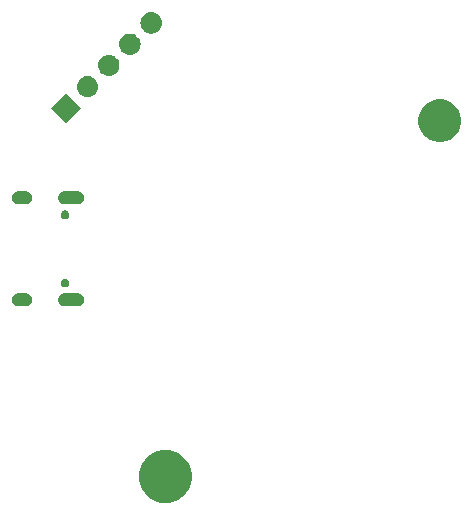
<source format=gbr>
G04 #@! TF.GenerationSoftware,KiCad,Pcbnew,(5.1.4-0-10_14)*
G04 #@! TF.CreationDate,2019-10-28T14:00:27+08:00*
G04 #@! TF.ProjectId,z2m_partner,7a326d5f-7061-4727-946e-65722e6b6963,rev?*
G04 #@! TF.SameCoordinates,Original*
G04 #@! TF.FileFunction,Soldermask,Bot*
G04 #@! TF.FilePolarity,Negative*
%FSLAX46Y46*%
G04 Gerber Fmt 4.6, Leading zero omitted, Abs format (unit mm)*
G04 Created by KiCad (PCBNEW (5.1.4-0-10_14)) date 2019-10-28 14:00:27*
%MOMM*%
%LPD*%
G04 APERTURE LIST*
%ADD10C,0.100000*%
G04 APERTURE END LIST*
D10*
G36*
X173765590Y-119909911D02*
G01*
X174138592Y-119984105D01*
X174548248Y-120153790D01*
X174916928Y-120400135D01*
X175230465Y-120713672D01*
X175476810Y-121082352D01*
X175646495Y-121492008D01*
X175732999Y-121926896D01*
X175732999Y-122370304D01*
X175646495Y-122805192D01*
X175476810Y-123214848D01*
X175230465Y-123583528D01*
X174916928Y-123897065D01*
X174548248Y-124143410D01*
X174138592Y-124313095D01*
X173765590Y-124387289D01*
X173703705Y-124399599D01*
X173260295Y-124399599D01*
X173198410Y-124387289D01*
X172825408Y-124313095D01*
X172415752Y-124143410D01*
X172047072Y-123897065D01*
X171733535Y-123583528D01*
X171487190Y-123214848D01*
X171317505Y-122805192D01*
X171231001Y-122370304D01*
X171231001Y-121926896D01*
X171317505Y-121492008D01*
X171487190Y-121082352D01*
X171733535Y-120713672D01*
X172047072Y-120400135D01*
X172415752Y-120153790D01*
X172825408Y-119984105D01*
X173198410Y-119909911D01*
X173260295Y-119897601D01*
X173703705Y-119897601D01*
X173765590Y-119909911D01*
X173765590Y-119909911D01*
G37*
G36*
X161758015Y-106646973D02*
G01*
X161861879Y-106678479D01*
X161889055Y-106693005D01*
X161957600Y-106729643D01*
X162041501Y-106798499D01*
X162110357Y-106882400D01*
X162146995Y-106950945D01*
X162161521Y-106978121D01*
X162193027Y-107081985D01*
X162203666Y-107190000D01*
X162193027Y-107298015D01*
X162161521Y-107401879D01*
X162161519Y-107401882D01*
X162110357Y-107497600D01*
X162041501Y-107581501D01*
X161957600Y-107650357D01*
X161889055Y-107686995D01*
X161861879Y-107701521D01*
X161758015Y-107733027D01*
X161677067Y-107741000D01*
X161022933Y-107741000D01*
X160941985Y-107733027D01*
X160838121Y-107701521D01*
X160810945Y-107686995D01*
X160742400Y-107650357D01*
X160658499Y-107581501D01*
X160589643Y-107497600D01*
X160538481Y-107401882D01*
X160538479Y-107401879D01*
X160506973Y-107298015D01*
X160496334Y-107190000D01*
X160506973Y-107081985D01*
X160538479Y-106978121D01*
X160553005Y-106950945D01*
X160589643Y-106882400D01*
X160658499Y-106798499D01*
X160742400Y-106729643D01*
X160810945Y-106693005D01*
X160838121Y-106678479D01*
X160941985Y-106646973D01*
X161022933Y-106639000D01*
X161677067Y-106639000D01*
X161758015Y-106646973D01*
X161758015Y-106646973D01*
G37*
G36*
X166188015Y-106646973D02*
G01*
X166291879Y-106678479D01*
X166319055Y-106693005D01*
X166387600Y-106729643D01*
X166471501Y-106798499D01*
X166540357Y-106882400D01*
X166576995Y-106950945D01*
X166591521Y-106978121D01*
X166623027Y-107081985D01*
X166633666Y-107190000D01*
X166623027Y-107298015D01*
X166591521Y-107401879D01*
X166591519Y-107401882D01*
X166540357Y-107497600D01*
X166471501Y-107581501D01*
X166387600Y-107650357D01*
X166319055Y-107686995D01*
X166291879Y-107701521D01*
X166188015Y-107733027D01*
X166107067Y-107741000D01*
X164952933Y-107741000D01*
X164871985Y-107733027D01*
X164768121Y-107701521D01*
X164740945Y-107686995D01*
X164672400Y-107650357D01*
X164588499Y-107581501D01*
X164519643Y-107497600D01*
X164468481Y-107401882D01*
X164468479Y-107401879D01*
X164436973Y-107298015D01*
X164426334Y-107190000D01*
X164436973Y-107081985D01*
X164468479Y-106978121D01*
X164483005Y-106950945D01*
X164519643Y-106882400D01*
X164588499Y-106798499D01*
X164672400Y-106729643D01*
X164740945Y-106693005D01*
X164768121Y-106678479D01*
X164871985Y-106646973D01*
X164952933Y-106639000D01*
X166107067Y-106639000D01*
X166188015Y-106646973D01*
X166188015Y-106646973D01*
G37*
G36*
X165109672Y-105398449D02*
G01*
X165109674Y-105398450D01*
X165109675Y-105398450D01*
X165178103Y-105426793D01*
X165239686Y-105467942D01*
X165292058Y-105520314D01*
X165333207Y-105581897D01*
X165361550Y-105650325D01*
X165376000Y-105722967D01*
X165376000Y-105797033D01*
X165361550Y-105869675D01*
X165333207Y-105938103D01*
X165292058Y-105999686D01*
X165239686Y-106052058D01*
X165178103Y-106093207D01*
X165109675Y-106121550D01*
X165109674Y-106121550D01*
X165109672Y-106121551D01*
X165037034Y-106136000D01*
X164962966Y-106136000D01*
X164890328Y-106121551D01*
X164890326Y-106121550D01*
X164890325Y-106121550D01*
X164821897Y-106093207D01*
X164760314Y-106052058D01*
X164707942Y-105999686D01*
X164666793Y-105938103D01*
X164638450Y-105869675D01*
X164624000Y-105797033D01*
X164624000Y-105722967D01*
X164638450Y-105650325D01*
X164666793Y-105581897D01*
X164707942Y-105520314D01*
X164760314Y-105467942D01*
X164821897Y-105426793D01*
X164890325Y-105398450D01*
X164890326Y-105398450D01*
X164890328Y-105398449D01*
X164962966Y-105384000D01*
X165037034Y-105384000D01*
X165109672Y-105398449D01*
X165109672Y-105398449D01*
G37*
G36*
X165109672Y-99618449D02*
G01*
X165109674Y-99618450D01*
X165109675Y-99618450D01*
X165178103Y-99646793D01*
X165239686Y-99687942D01*
X165292058Y-99740314D01*
X165333207Y-99801897D01*
X165361550Y-99870325D01*
X165376000Y-99942967D01*
X165376000Y-100017033D01*
X165361550Y-100089675D01*
X165333207Y-100158103D01*
X165292058Y-100219686D01*
X165239686Y-100272058D01*
X165178103Y-100313207D01*
X165109675Y-100341550D01*
X165109674Y-100341550D01*
X165109672Y-100341551D01*
X165037034Y-100356000D01*
X164962966Y-100356000D01*
X164890328Y-100341551D01*
X164890326Y-100341550D01*
X164890325Y-100341550D01*
X164821897Y-100313207D01*
X164760314Y-100272058D01*
X164707942Y-100219686D01*
X164666793Y-100158103D01*
X164638450Y-100089675D01*
X164624000Y-100017033D01*
X164624000Y-99942967D01*
X164638450Y-99870325D01*
X164666793Y-99801897D01*
X164707942Y-99740314D01*
X164760314Y-99687942D01*
X164821897Y-99646793D01*
X164890325Y-99618450D01*
X164890326Y-99618450D01*
X164890328Y-99618449D01*
X164962966Y-99604000D01*
X165037034Y-99604000D01*
X165109672Y-99618449D01*
X165109672Y-99618449D01*
G37*
G36*
X166188015Y-98006973D02*
G01*
X166291879Y-98038479D01*
X166319055Y-98053005D01*
X166387600Y-98089643D01*
X166471501Y-98158499D01*
X166540357Y-98242400D01*
X166576995Y-98310945D01*
X166591521Y-98338121D01*
X166623027Y-98441985D01*
X166633666Y-98550000D01*
X166623027Y-98658015D01*
X166591521Y-98761879D01*
X166591519Y-98761882D01*
X166540357Y-98857600D01*
X166471501Y-98941501D01*
X166387600Y-99010357D01*
X166319055Y-99046995D01*
X166291879Y-99061521D01*
X166188015Y-99093027D01*
X166107067Y-99101000D01*
X164952933Y-99101000D01*
X164871985Y-99093027D01*
X164768121Y-99061521D01*
X164740945Y-99046995D01*
X164672400Y-99010357D01*
X164588499Y-98941501D01*
X164519643Y-98857600D01*
X164468481Y-98761882D01*
X164468479Y-98761879D01*
X164436973Y-98658015D01*
X164426334Y-98550000D01*
X164436973Y-98441985D01*
X164468479Y-98338121D01*
X164483005Y-98310945D01*
X164519643Y-98242400D01*
X164588499Y-98158499D01*
X164672400Y-98089643D01*
X164740945Y-98053005D01*
X164768121Y-98038479D01*
X164871985Y-98006973D01*
X164952933Y-97999000D01*
X166107067Y-97999000D01*
X166188015Y-98006973D01*
X166188015Y-98006973D01*
G37*
G36*
X161758015Y-98006973D02*
G01*
X161861879Y-98038479D01*
X161889055Y-98053005D01*
X161957600Y-98089643D01*
X162041501Y-98158499D01*
X162110357Y-98242400D01*
X162146995Y-98310945D01*
X162161521Y-98338121D01*
X162193027Y-98441985D01*
X162203666Y-98550000D01*
X162193027Y-98658015D01*
X162161521Y-98761879D01*
X162161519Y-98761882D01*
X162110357Y-98857600D01*
X162041501Y-98941501D01*
X161957600Y-99010357D01*
X161889055Y-99046995D01*
X161861879Y-99061521D01*
X161758015Y-99093027D01*
X161677067Y-99101000D01*
X161022933Y-99101000D01*
X160941985Y-99093027D01*
X160838121Y-99061521D01*
X160810945Y-99046995D01*
X160742400Y-99010357D01*
X160658499Y-98941501D01*
X160589643Y-98857600D01*
X160538481Y-98761882D01*
X160538479Y-98761879D01*
X160506973Y-98658015D01*
X160496334Y-98550000D01*
X160506973Y-98441985D01*
X160538479Y-98338121D01*
X160553005Y-98310945D01*
X160589643Y-98242400D01*
X160658499Y-98158499D01*
X160742400Y-98089643D01*
X160810945Y-98053005D01*
X160838121Y-98038479D01*
X160941985Y-98006973D01*
X161022933Y-97999000D01*
X161677067Y-97999000D01*
X161758015Y-98006973D01*
X161758015Y-98006973D01*
G37*
G36*
X197248331Y-90292411D02*
G01*
X197576092Y-90428174D01*
X197871070Y-90625272D01*
X198121928Y-90876130D01*
X198319026Y-91171108D01*
X198454789Y-91498869D01*
X198524000Y-91846816D01*
X198524000Y-92201584D01*
X198454789Y-92549531D01*
X198319026Y-92877292D01*
X198121928Y-93172270D01*
X197871070Y-93423128D01*
X197576092Y-93620226D01*
X197248331Y-93755989D01*
X196900384Y-93825200D01*
X196545616Y-93825200D01*
X196197669Y-93755989D01*
X195869908Y-93620226D01*
X195574930Y-93423128D01*
X195324072Y-93172270D01*
X195126974Y-92877292D01*
X194991211Y-92549531D01*
X194922000Y-92201584D01*
X194922000Y-91846816D01*
X194991211Y-91498869D01*
X195126974Y-91171108D01*
X195324072Y-90876130D01*
X195574930Y-90625272D01*
X195869908Y-90428174D01*
X196197669Y-90292411D01*
X196545616Y-90223200D01*
X196900384Y-90223200D01*
X197248331Y-90292411D01*
X197248331Y-90292411D01*
G37*
G36*
X166374206Y-90932000D02*
G01*
X165100000Y-92206206D01*
X163825794Y-90932000D01*
X165100000Y-89657794D01*
X166374206Y-90932000D01*
X166374206Y-90932000D01*
G37*
G36*
X167000711Y-88240898D02*
G01*
X167072678Y-88247986D01*
X167242517Y-88299506D01*
X167399042Y-88383171D01*
X167434780Y-88412501D01*
X167536237Y-88495763D01*
X167619499Y-88597220D01*
X167648829Y-88632958D01*
X167732494Y-88789483D01*
X167784014Y-88959322D01*
X167801410Y-89135949D01*
X167784014Y-89312576D01*
X167732494Y-89482415D01*
X167648829Y-89638940D01*
X167633356Y-89657794D01*
X167536237Y-89776135D01*
X167434780Y-89859397D01*
X167399042Y-89888727D01*
X167242517Y-89972392D01*
X167072678Y-90023912D01*
X167006493Y-90030431D01*
X166940311Y-90036949D01*
X166851791Y-90036949D01*
X166785609Y-90030431D01*
X166719424Y-90023912D01*
X166549585Y-89972392D01*
X166393060Y-89888727D01*
X166357322Y-89859397D01*
X166255865Y-89776135D01*
X166158746Y-89657794D01*
X166143273Y-89638940D01*
X166059608Y-89482415D01*
X166008088Y-89312576D01*
X165990692Y-89135949D01*
X166008088Y-88959322D01*
X166059608Y-88789483D01*
X166143273Y-88632958D01*
X166172603Y-88597220D01*
X166255865Y-88495763D01*
X166357322Y-88412501D01*
X166393060Y-88383171D01*
X166549585Y-88299506D01*
X166719424Y-88247986D01*
X166791391Y-88240898D01*
X166851791Y-88234949D01*
X166940311Y-88234949D01*
X167000711Y-88240898D01*
X167000711Y-88240898D01*
G37*
G36*
X168796752Y-86444846D02*
G01*
X168868729Y-86451935D01*
X169038568Y-86503455D01*
X169195093Y-86587120D01*
X169230831Y-86616450D01*
X169332288Y-86699712D01*
X169415550Y-86801169D01*
X169444880Y-86836907D01*
X169528545Y-86993432D01*
X169580065Y-87163271D01*
X169597461Y-87339898D01*
X169580065Y-87516525D01*
X169528545Y-87686364D01*
X169444880Y-87842889D01*
X169415550Y-87878627D01*
X169332288Y-87980084D01*
X169230831Y-88063346D01*
X169195093Y-88092676D01*
X169038568Y-88176341D01*
X168868729Y-88227861D01*
X168802545Y-88234379D01*
X168736362Y-88240898D01*
X168647842Y-88240898D01*
X168581659Y-88234379D01*
X168515475Y-88227861D01*
X168345636Y-88176341D01*
X168189111Y-88092676D01*
X168153373Y-88063346D01*
X168051916Y-87980084D01*
X167968654Y-87878627D01*
X167939324Y-87842889D01*
X167855659Y-87686364D01*
X167804139Y-87516525D01*
X167786743Y-87339898D01*
X167804139Y-87163271D01*
X167855659Y-86993432D01*
X167939324Y-86836907D01*
X167968654Y-86801169D01*
X168051916Y-86699712D01*
X168153373Y-86616450D01*
X168189111Y-86587120D01*
X168345636Y-86503455D01*
X168515475Y-86451935D01*
X168587452Y-86444846D01*
X168647842Y-86438898D01*
X168736362Y-86438898D01*
X168796752Y-86444846D01*
X168796752Y-86444846D01*
G37*
G36*
X170592814Y-84648795D02*
G01*
X170664781Y-84655883D01*
X170834620Y-84707403D01*
X170991145Y-84791068D01*
X171026883Y-84820398D01*
X171128340Y-84903660D01*
X171211602Y-85005117D01*
X171240932Y-85040855D01*
X171324597Y-85197380D01*
X171376117Y-85367219D01*
X171393513Y-85543846D01*
X171376117Y-85720473D01*
X171324597Y-85890312D01*
X171240932Y-86046837D01*
X171211602Y-86082575D01*
X171128340Y-86184032D01*
X171026883Y-86267294D01*
X170991145Y-86296624D01*
X170834620Y-86380289D01*
X170664781Y-86431809D01*
X170598597Y-86438327D01*
X170532414Y-86444846D01*
X170443894Y-86444846D01*
X170377711Y-86438327D01*
X170311527Y-86431809D01*
X170141688Y-86380289D01*
X169985163Y-86296624D01*
X169949425Y-86267294D01*
X169847968Y-86184032D01*
X169764706Y-86082575D01*
X169735376Y-86046837D01*
X169651711Y-85890312D01*
X169600191Y-85720473D01*
X169582795Y-85543846D01*
X169600191Y-85367219D01*
X169651711Y-85197380D01*
X169735376Y-85040855D01*
X169764706Y-85005117D01*
X169847968Y-84903660D01*
X169949425Y-84820398D01*
X169985163Y-84791068D01*
X170141688Y-84707403D01*
X170311527Y-84655883D01*
X170383494Y-84648795D01*
X170443894Y-84642846D01*
X170532414Y-84642846D01*
X170592814Y-84648795D01*
X170592814Y-84648795D01*
G37*
G36*
X172394648Y-82853314D02*
G01*
X172460832Y-82859832D01*
X172630671Y-82911352D01*
X172787196Y-82995017D01*
X172822934Y-83024347D01*
X172924391Y-83107609D01*
X173007653Y-83209066D01*
X173036983Y-83244804D01*
X173120648Y-83401329D01*
X173172168Y-83571168D01*
X173189564Y-83747795D01*
X173172168Y-83924422D01*
X173120648Y-84094261D01*
X173036983Y-84250786D01*
X173007653Y-84286524D01*
X172924391Y-84387981D01*
X172822934Y-84471243D01*
X172787196Y-84500573D01*
X172630671Y-84584238D01*
X172460832Y-84635758D01*
X172394647Y-84642277D01*
X172328465Y-84648795D01*
X172239945Y-84648795D01*
X172173763Y-84642277D01*
X172107578Y-84635758D01*
X171937739Y-84584238D01*
X171781214Y-84500573D01*
X171745476Y-84471243D01*
X171644019Y-84387981D01*
X171560757Y-84286524D01*
X171531427Y-84250786D01*
X171447762Y-84094261D01*
X171396242Y-83924422D01*
X171378846Y-83747795D01*
X171396242Y-83571168D01*
X171447762Y-83401329D01*
X171531427Y-83244804D01*
X171560757Y-83209066D01*
X171644019Y-83107609D01*
X171745476Y-83024347D01*
X171781214Y-82995017D01*
X171937739Y-82911352D01*
X172107578Y-82859832D01*
X172173762Y-82853314D01*
X172239945Y-82846795D01*
X172328465Y-82846795D01*
X172394648Y-82853314D01*
X172394648Y-82853314D01*
G37*
M02*

</source>
